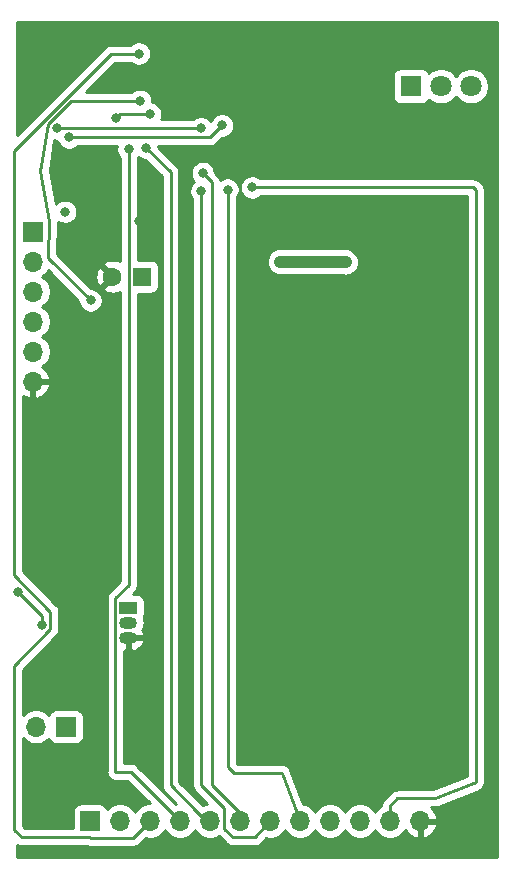
<source format=gbr>
%TF.GenerationSoftware,KiCad,Pcbnew,5.1.9+dfsg1-1*%
%TF.CreationDate,2021-05-25T18:36:33+02:00*%
%TF.ProjectId,vscp-din-wireless-esp8266-flat,76736370-2d64-4696-9e2d-776972656c65,rev?*%
%TF.SameCoordinates,Original*%
%TF.FileFunction,Copper,L2,Bot*%
%TF.FilePolarity,Positive*%
%FSLAX46Y46*%
G04 Gerber Fmt 4.6, Leading zero omitted, Abs format (unit mm)*
G04 Created by KiCad (PCBNEW 5.1.9+dfsg1-1) date 2021-05-25 18:36:33*
%MOMM*%
%LPD*%
G01*
G04 APERTURE LIST*
%TA.AperFunction,ComponentPad*%
%ADD10O,1.700000X1.700000*%
%TD*%
%TA.AperFunction,ComponentPad*%
%ADD11R,1.700000X1.700000*%
%TD*%
%TA.AperFunction,ComponentPad*%
%ADD12R,1.500000X1.050000*%
%TD*%
%TA.AperFunction,ComponentPad*%
%ADD13O,1.500000X1.050000*%
%TD*%
%TA.AperFunction,ComponentPad*%
%ADD14C,1.800000*%
%TD*%
%TA.AperFunction,ComponentPad*%
%ADD15R,1.800000X1.800000*%
%TD*%
%TA.AperFunction,ComponentPad*%
%ADD16C,1.600000*%
%TD*%
%TA.AperFunction,ComponentPad*%
%ADD17R,1.600000X1.600000*%
%TD*%
%TA.AperFunction,ViaPad*%
%ADD18C,0.800000*%
%TD*%
%TA.AperFunction,Conductor*%
%ADD19C,0.250000*%
%TD*%
%TA.AperFunction,Conductor*%
%ADD20C,1.000000*%
%TD*%
%TA.AperFunction,Conductor*%
%ADD21C,0.254000*%
%TD*%
%TA.AperFunction,Conductor*%
%ADD22C,0.100000*%
%TD*%
G04 APERTURE END LIST*
D10*
%TO.P,J1,12*%
%TO.N,GND*%
X150787100Y-116306600D03*
%TO.P,J1,11*%
%TO.N,/gpio9*%
X148247100Y-116306600D03*
%TO.P,J1,10*%
%TO.N,/SCLK*%
X145707100Y-116306600D03*
%TO.P,J1,9*%
%TO.N,/MOSI*%
X143167100Y-116306600D03*
%TO.P,J1,8*%
%TO.N,/MISO*%
X140627100Y-116306600D03*
%TO.P,J1,7*%
%TO.N,/CS0*%
X138087100Y-116306600D03*
%TO.P,J1,6*%
%TO.N,/gpio13*%
X135547100Y-116306600D03*
%TO.P,J1,5*%
%TO.N,/gpio12*%
X133007100Y-116306600D03*
%TO.P,J1,4*%
%TO.N,/gpio14*%
X130467100Y-116306600D03*
%TO.P,J1,3*%
%TO.N,/adc*%
X127927100Y-116306600D03*
%TO.P,J1,2*%
%TO.N,VDD*%
X125387100Y-116306600D03*
D11*
%TO.P,J1,1*%
%TO.N,VCC*%
X122847100Y-116306600D03*
%TD*%
D12*
%TO.P,Q1,1*%
%TO.N,/RXD*%
X126072900Y-98234500D03*
D13*
%TO.P,Q1,3*%
%TO.N,GND*%
X126072900Y-100774500D03*
%TO.P,Q1,2*%
%TO.N,/TTLRX*%
X126072900Y-99504500D03*
%TD*%
D10*
%TO.P,J4,2*%
%TO.N,VCC*%
X118275100Y-108331000D03*
D11*
%TO.P,J4,1*%
%TO.N,VDD*%
X120815100Y-108331000D03*
%TD*%
D14*
%TO.P,D1,3*%
%TO.N,/ledb*%
X155100000Y-54102000D03*
%TO.P,D1,2*%
%TO.N,Net-(D1-Pad2)*%
X152560000Y-54102000D03*
D15*
%TO.P,D1,1*%
%TO.N,/leda*%
X150020000Y-54102000D03*
%TD*%
D16*
%TO.P,C2,2*%
%TO.N,GND*%
X124741300Y-70205600D03*
D17*
%TO.P,C2,1*%
%TO.N,VCC*%
X127241300Y-70205600D03*
%TD*%
D11*
%TO.P,J3,1*%
%TO.N,/FLASH*%
X118010600Y-66395000D03*
D10*
%TO.P,J3,2*%
%TO.N,/TXD*%
X118010600Y-68935000D03*
%TO.P,J3,3*%
%TO.N,/RXD*%
X118010600Y-71475000D03*
%TO.P,J3,4*%
%TO.N,/RESET*%
X118010600Y-74015000D03*
%TO.P,J3,5*%
%TO.N,VCC*%
X118010600Y-76555000D03*
%TO.P,J3,6*%
%TO.N,GND*%
X118010600Y-79095000D03*
%TD*%
D18*
%TO.N,GND*%
X119278400Y-54686200D03*
X141744700Y-54876700D03*
X149136100Y-50419000D03*
X141401800Y-50292000D03*
X117195600Y-49326800D03*
X121285000Y-52615000D03*
X138696700Y-60286900D03*
X120010999Y-61341000D03*
X123164600Y-61518800D03*
X126949200Y-65493900D03*
X141516100Y-89255600D03*
X120307100Y-104800400D03*
X121119900Y-112496600D03*
%TO.N,VCC*%
X138925300Y-68948300D03*
X144475200Y-68999100D03*
%TO.N,/RXD*%
X132240000Y-57658000D03*
X120011000Y-57658000D03*
X118757700Y-99707700D03*
X116725700Y-96888300D03*
%TO.N,Net-(R4-Pad2)*%
X127076200Y-55333900D03*
X122897900Y-72224900D03*
%TO.N,Net-(R5-Pad2)*%
X120738900Y-64719200D03*
X121064000Y-58420000D03*
X134018000Y-57404000D03*
%TO.N,/adc*%
X126974600Y-51333400D03*
%TO.N,/gpio13*%
X132384800Y-61455300D03*
%TO.N,/gpio12*%
X127571500Y-59283600D03*
%TO.N,/gpio14*%
X127914400Y-56451500D03*
X125082300Y-56781700D03*
X126111000Y-59436000D03*
%TO.N,/gpio9*%
X136574000Y-62660000D03*
%TO.N,/MISO*%
X134493000Y-62839600D03*
%TO.N,/CS0*%
X132270500Y-62979300D03*
%TD*%
D19*
%TO.N,GND*%
X117195600Y-49326800D02*
X120611900Y-49326800D01*
X121285000Y-49999900D02*
X121285000Y-52615000D01*
X120611900Y-49326800D02*
X121285000Y-49999900D01*
X122986800Y-61341000D02*
X123164600Y-61518800D01*
D20*
X120010999Y-61341000D02*
X122986800Y-61341000D01*
%TO.N,VCC*%
X144424400Y-68948300D02*
X144475200Y-68999100D01*
X138925300Y-68948300D02*
X144424400Y-68948300D01*
D19*
%TO.N,/RXD*%
X132240000Y-57658000D02*
X120048000Y-57658000D01*
X120048000Y-57658000D02*
X120011000Y-57658000D01*
X118757700Y-98920300D02*
X116725700Y-96888300D01*
X118757700Y-99707700D02*
X118757700Y-98920300D01*
%TO.N,Net-(R4-Pad2)*%
X119285999Y-68612999D02*
X122897900Y-72224900D01*
X119405400Y-65532000D02*
X119285999Y-68612999D01*
X119285999Y-57309999D02*
X118643400Y-61252100D01*
X118643400Y-61252100D02*
X119405400Y-65532000D01*
X121262098Y-55333900D02*
X119285999Y-57309999D01*
X127076200Y-55333900D02*
X121262098Y-55333900D01*
%TO.N,Net-(R5-Pad2)*%
X133002000Y-58420000D02*
X134018000Y-57404000D01*
X121064000Y-58420000D02*
X133002000Y-58420000D01*
%TO.N,/adc*%
X116375010Y-117026000D02*
X117044020Y-117695010D01*
X116375010Y-103163392D02*
X116375010Y-117026000D01*
X119482701Y-100055701D02*
X116375010Y-103163392D01*
X117044020Y-117695010D02*
X122807190Y-117695010D01*
X119482701Y-98572299D02*
X119482701Y-100055701D01*
X116375010Y-95464608D02*
X119482701Y-98572299D01*
X116375010Y-59584578D02*
X116375010Y-95464608D01*
X124626188Y-51333400D02*
X116375010Y-59584578D01*
X126974600Y-51333400D02*
X124626188Y-51333400D01*
X127927100Y-116306600D02*
X126479300Y-117754400D01*
X122866580Y-117754400D02*
X122807190Y-117695010D01*
X126479300Y-117754400D02*
X122866580Y-117754400D01*
%TO.N,/gpio13*%
X133157210Y-62227710D02*
X133157210Y-113295010D01*
X132384800Y-61455300D02*
X133157210Y-62227710D01*
X135547100Y-115684900D02*
X135254700Y-115392500D01*
X135547100Y-116306600D02*
X135547100Y-115684900D01*
X135254700Y-115392500D02*
X135432200Y-115570000D01*
X133157210Y-113295010D02*
X135254700Y-115392500D01*
%TO.N,/gpio12*%
X129657210Y-113295010D02*
X131932200Y-115570000D01*
X129657210Y-61369310D02*
X129657210Y-113295010D01*
X127571500Y-59283600D02*
X129657210Y-61369310D01*
X133007100Y-116306600D02*
X132676900Y-116306600D01*
X131940300Y-115570000D02*
X131932200Y-115570000D01*
X132676900Y-116306600D02*
X131940300Y-115570000D01*
%TO.N,/gpio14*%
X125412500Y-56451500D02*
X125082300Y-56781700D01*
X127914400Y-56451500D02*
X125412500Y-56451500D01*
X124997890Y-97449508D02*
X124997890Y-112135690D01*
X126111000Y-96336398D02*
X124997890Y-97449508D01*
X126296190Y-112135690D02*
X124997890Y-112135690D01*
X130467100Y-116306600D02*
X126296190Y-112135690D01*
X126111000Y-59436000D02*
X126111000Y-96336398D01*
%TO.N,/gpio9*%
X155486100Y-113016100D02*
X152019000Y-114388900D01*
X155486100Y-62852300D02*
X155486100Y-113016100D01*
X155293800Y-62660000D02*
X155486100Y-62852300D01*
X136574000Y-62660000D02*
X155293800Y-62660000D01*
X152019000Y-114388900D02*
X148869400Y-114388900D01*
X148247100Y-115011200D02*
X148247100Y-116306600D01*
X148869400Y-114388900D02*
X148247100Y-115011200D01*
%TO.N,/MISO*%
X139092100Y-112229900D02*
X140627100Y-116306600D01*
X135001000Y-112229900D02*
X139092100Y-112229900D01*
X134493000Y-111721900D02*
X135001000Y-112229900D01*
X134493000Y-62839600D02*
X134493000Y-111721900D01*
%TO.N,/CS0*%
X136807190Y-117695010D02*
X138087100Y-116306600D01*
X134924785Y-117695010D02*
X136807190Y-117695010D01*
X134207190Y-116977415D02*
X134924785Y-117695010D01*
X134207190Y-115212565D02*
X134207190Y-116977415D01*
X132270500Y-113275875D02*
X134207190Y-115212565D01*
X132270500Y-62979300D02*
X132270500Y-113275875D01*
%TD*%
D21*
%TO.N,GND*%
X157315000Y-105485679D02*
X157265864Y-119315000D01*
X116685000Y-119315000D01*
X116685000Y-118364865D01*
X116751773Y-118400556D01*
X116895034Y-118444013D01*
X117006687Y-118455010D01*
X117006697Y-118455010D01*
X117044019Y-118458686D01*
X117081342Y-118455010D01*
X122565099Y-118455010D01*
X122574333Y-118459946D01*
X122717594Y-118503403D01*
X122829247Y-118514400D01*
X122829257Y-118514400D01*
X122866579Y-118518076D01*
X122903902Y-118514400D01*
X126441978Y-118514400D01*
X126479300Y-118518076D01*
X126516622Y-118514400D01*
X126516633Y-118514400D01*
X126628286Y-118503403D01*
X126771547Y-118459946D01*
X126903576Y-118389374D01*
X127019301Y-118294401D01*
X127043103Y-118265398D01*
X127560692Y-117747810D01*
X127780840Y-117791600D01*
X128073360Y-117791600D01*
X128360258Y-117734532D01*
X128630511Y-117622590D01*
X128873732Y-117460075D01*
X129080575Y-117253232D01*
X129197100Y-117078840D01*
X129313625Y-117253232D01*
X129520468Y-117460075D01*
X129763689Y-117622590D01*
X130033942Y-117734532D01*
X130320840Y-117791600D01*
X130613360Y-117791600D01*
X130900258Y-117734532D01*
X131170511Y-117622590D01*
X131413732Y-117460075D01*
X131620575Y-117253232D01*
X131737100Y-117078840D01*
X131853625Y-117253232D01*
X132060468Y-117460075D01*
X132303689Y-117622590D01*
X132573942Y-117734532D01*
X132860840Y-117791600D01*
X133153360Y-117791600D01*
X133440258Y-117734532D01*
X133710511Y-117622590D01*
X133750706Y-117595732D01*
X134360986Y-118206012D01*
X134384784Y-118235011D01*
X134413782Y-118258809D01*
X134500509Y-118329984D01*
X134632538Y-118400556D01*
X134775799Y-118444013D01*
X134924785Y-118458687D01*
X134962118Y-118455010D01*
X136785336Y-118455010D01*
X136838217Y-118458056D01*
X136897042Y-118449837D01*
X136956176Y-118444013D01*
X136971074Y-118439494D01*
X136986483Y-118437341D01*
X137042570Y-118417806D01*
X137099437Y-118400556D01*
X137113165Y-118393218D01*
X137127860Y-118388100D01*
X137179068Y-118357992D01*
X137231466Y-118329984D01*
X137243498Y-118320109D01*
X137256913Y-118312222D01*
X137301259Y-118272706D01*
X137347191Y-118235011D01*
X137380804Y-118194053D01*
X137781099Y-117759825D01*
X137940840Y-117791600D01*
X138233360Y-117791600D01*
X138520258Y-117734532D01*
X138790511Y-117622590D01*
X139033732Y-117460075D01*
X139240575Y-117253232D01*
X139357100Y-117078840D01*
X139473625Y-117253232D01*
X139680468Y-117460075D01*
X139923689Y-117622590D01*
X140193942Y-117734532D01*
X140480840Y-117791600D01*
X140773360Y-117791600D01*
X141060258Y-117734532D01*
X141330511Y-117622590D01*
X141573732Y-117460075D01*
X141780575Y-117253232D01*
X141897100Y-117078840D01*
X142013625Y-117253232D01*
X142220468Y-117460075D01*
X142463689Y-117622590D01*
X142733942Y-117734532D01*
X143020840Y-117791600D01*
X143313360Y-117791600D01*
X143600258Y-117734532D01*
X143870511Y-117622590D01*
X144113732Y-117460075D01*
X144320575Y-117253232D01*
X144437100Y-117078840D01*
X144553625Y-117253232D01*
X144760468Y-117460075D01*
X145003689Y-117622590D01*
X145273942Y-117734532D01*
X145560840Y-117791600D01*
X145853360Y-117791600D01*
X146140258Y-117734532D01*
X146410511Y-117622590D01*
X146653732Y-117460075D01*
X146860575Y-117253232D01*
X146977100Y-117078840D01*
X147093625Y-117253232D01*
X147300468Y-117460075D01*
X147543689Y-117622590D01*
X147813942Y-117734532D01*
X148100840Y-117791600D01*
X148393360Y-117791600D01*
X148680258Y-117734532D01*
X148950511Y-117622590D01*
X149193732Y-117460075D01*
X149400575Y-117253232D01*
X149522295Y-117071066D01*
X149591922Y-117187955D01*
X149786831Y-117404188D01*
X150020180Y-117578241D01*
X150283001Y-117703425D01*
X150430210Y-117748076D01*
X150660100Y-117626755D01*
X150660100Y-116433600D01*
X150914100Y-116433600D01*
X150914100Y-117626755D01*
X151143990Y-117748076D01*
X151291199Y-117703425D01*
X151554020Y-117578241D01*
X151787369Y-117404188D01*
X151982278Y-117187955D01*
X152131257Y-116937852D01*
X152228581Y-116663491D01*
X152107914Y-116433600D01*
X150914100Y-116433600D01*
X150660100Y-116433600D01*
X150640100Y-116433600D01*
X150640100Y-116179600D01*
X150660100Y-116179600D01*
X150660100Y-116159600D01*
X150914100Y-116159600D01*
X150914100Y-116179600D01*
X152107914Y-116179600D01*
X152228581Y-115949709D01*
X152131257Y-115675348D01*
X151982278Y-115425245D01*
X151787369Y-115209012D01*
X151706778Y-115148900D01*
X151975690Y-115148900D01*
X152007020Y-115152483D01*
X152050358Y-115148900D01*
X152056333Y-115148900D01*
X152087566Y-115145824D01*
X152156217Y-115140148D01*
X152161999Y-115138493D01*
X152167986Y-115137903D01*
X152233957Y-115117891D01*
X152264077Y-115109268D01*
X152269621Y-115107073D01*
X152311247Y-115094446D01*
X152339067Y-115079576D01*
X155736728Y-113734271D01*
X155778347Y-113721646D01*
X155839106Y-113689169D01*
X155900362Y-113657653D01*
X155905074Y-113653908D01*
X155910376Y-113651074D01*
X155963596Y-113607398D01*
X156017563Y-113564507D01*
X156021454Y-113559915D01*
X156026101Y-113556101D01*
X156069798Y-113502856D01*
X156114339Y-113450286D01*
X156117257Y-113445027D01*
X156121074Y-113440376D01*
X156153569Y-113379582D01*
X156186973Y-113319380D01*
X156188807Y-113313658D01*
X156191646Y-113308347D01*
X156211661Y-113242367D01*
X156232673Y-113176818D01*
X156233356Y-113170845D01*
X156235103Y-113165086D01*
X156241857Y-113096512D01*
X156249683Y-113028081D01*
X156246100Y-112984746D01*
X156246100Y-62889622D01*
X156249776Y-62852299D01*
X156246100Y-62814976D01*
X156246100Y-62814967D01*
X156235103Y-62703314D01*
X156191646Y-62560053D01*
X156121074Y-62428024D01*
X156026101Y-62312299D01*
X155997098Y-62288497D01*
X155857604Y-62149003D01*
X155833801Y-62119999D01*
X155718076Y-62025026D01*
X155586047Y-61954454D01*
X155442786Y-61910997D01*
X155331133Y-61900000D01*
X155331122Y-61900000D01*
X155293800Y-61896324D01*
X155256478Y-61900000D01*
X137277711Y-61900000D01*
X137233774Y-61856063D01*
X137064256Y-61742795D01*
X136875898Y-61664774D01*
X136675939Y-61625000D01*
X136472061Y-61625000D01*
X136272102Y-61664774D01*
X136083744Y-61742795D01*
X135914226Y-61856063D01*
X135770063Y-62000226D01*
X135656795Y-62169744D01*
X135578774Y-62358102D01*
X135539000Y-62558061D01*
X135539000Y-62761939D01*
X135578774Y-62961898D01*
X135656795Y-63150256D01*
X135770063Y-63319774D01*
X135914226Y-63463937D01*
X136083744Y-63577205D01*
X136272102Y-63655226D01*
X136472061Y-63695000D01*
X136675939Y-63695000D01*
X136875898Y-63655226D01*
X137064256Y-63577205D01*
X137233774Y-63463937D01*
X137277711Y-63420000D01*
X154726100Y-63420000D01*
X154726101Y-112499615D01*
X151874017Y-113628900D01*
X148906722Y-113628900D01*
X148869399Y-113625224D01*
X148832076Y-113628900D01*
X148832067Y-113628900D01*
X148720414Y-113639897D01*
X148577153Y-113683354D01*
X148445123Y-113753926D01*
X148413624Y-113779777D01*
X148329399Y-113848899D01*
X148305600Y-113877898D01*
X147736102Y-114447397D01*
X147707099Y-114471199D01*
X147652371Y-114537886D01*
X147612126Y-114586924D01*
X147550850Y-114701562D01*
X147541554Y-114718954D01*
X147498097Y-114862215D01*
X147487100Y-114973868D01*
X147487100Y-114973878D01*
X147483424Y-115011200D01*
X147485242Y-115029663D01*
X147300468Y-115153125D01*
X147093625Y-115359968D01*
X146977100Y-115534360D01*
X146860575Y-115359968D01*
X146653732Y-115153125D01*
X146410511Y-114990610D01*
X146140258Y-114878668D01*
X145853360Y-114821600D01*
X145560840Y-114821600D01*
X145273942Y-114878668D01*
X145003689Y-114990610D01*
X144760468Y-115153125D01*
X144553625Y-115359968D01*
X144437100Y-115534360D01*
X144320575Y-115359968D01*
X144113732Y-115153125D01*
X143870511Y-114990610D01*
X143600258Y-114878668D01*
X143313360Y-114821600D01*
X143020840Y-114821600D01*
X142733942Y-114878668D01*
X142463689Y-114990610D01*
X142220468Y-115153125D01*
X142013625Y-115359968D01*
X141897100Y-115534360D01*
X141780575Y-115359968D01*
X141573732Y-115153125D01*
X141330511Y-114990610D01*
X141060258Y-114878668D01*
X140888679Y-114844539D01*
X139812139Y-111985431D01*
X139797646Y-111937653D01*
X139768186Y-111882538D01*
X139740560Y-111826538D01*
X139732961Y-111816637D01*
X139727074Y-111805624D01*
X139687444Y-111757334D01*
X139649409Y-111707780D01*
X139640020Y-111699549D01*
X139632101Y-111689899D01*
X139583809Y-111650267D01*
X139536839Y-111609087D01*
X139526028Y-111602848D01*
X139516376Y-111594926D01*
X139461257Y-111565464D01*
X139407179Y-111534252D01*
X139395366Y-111530244D01*
X139384347Y-111524354D01*
X139324522Y-111506206D01*
X139265410Y-111486150D01*
X139253039Y-111484523D01*
X139241086Y-111480897D01*
X139178911Y-111474773D01*
X139116982Y-111466628D01*
X139067172Y-111469900D01*
X135315802Y-111469900D01*
X135253000Y-111407099D01*
X135253000Y-68948300D01*
X137784809Y-68948300D01*
X137806723Y-69170799D01*
X137871624Y-69384747D01*
X137977016Y-69581923D01*
X138118851Y-69754749D01*
X138291677Y-69896584D01*
X138488853Y-70001976D01*
X138702801Y-70066877D01*
X138869548Y-70083300D01*
X144139377Y-70083300D01*
X144252702Y-70117677D01*
X144475199Y-70139591D01*
X144697698Y-70117677D01*
X144911646Y-70052776D01*
X145108822Y-69947383D01*
X145281648Y-69805548D01*
X145423483Y-69632722D01*
X145528876Y-69435546D01*
X145593777Y-69221598D01*
X145615691Y-68999099D01*
X145593777Y-68776602D01*
X145528876Y-68562654D01*
X145423483Y-68365478D01*
X145317188Y-68235957D01*
X145266396Y-68185165D01*
X145230849Y-68141851D01*
X145058023Y-68000016D01*
X144860847Y-67894624D01*
X144646899Y-67829723D01*
X144480152Y-67813300D01*
X144480151Y-67813300D01*
X144424400Y-67807809D01*
X144368649Y-67813300D01*
X138869548Y-67813300D01*
X138702801Y-67829723D01*
X138488853Y-67894624D01*
X138291677Y-68000016D01*
X138118851Y-68141851D01*
X137977016Y-68314677D01*
X137871624Y-68511853D01*
X137806723Y-68725801D01*
X137784809Y-68948300D01*
X135253000Y-68948300D01*
X135253000Y-63543311D01*
X135296937Y-63499374D01*
X135410205Y-63329856D01*
X135488226Y-63141498D01*
X135528000Y-62941539D01*
X135528000Y-62737661D01*
X135488226Y-62537702D01*
X135410205Y-62349344D01*
X135296937Y-62179826D01*
X135152774Y-62035663D01*
X134983256Y-61922395D01*
X134794898Y-61844374D01*
X134594939Y-61804600D01*
X134391061Y-61804600D01*
X134191102Y-61844374D01*
X134002744Y-61922395D01*
X133883052Y-62002371D01*
X133862756Y-61935463D01*
X133792184Y-61803434D01*
X133697211Y-61687709D01*
X133668214Y-61663912D01*
X133419800Y-61415498D01*
X133419800Y-61353361D01*
X133380026Y-61153402D01*
X133302005Y-60965044D01*
X133188737Y-60795526D01*
X133044574Y-60651363D01*
X132875056Y-60538095D01*
X132686698Y-60460074D01*
X132486739Y-60420300D01*
X132282861Y-60420300D01*
X132082902Y-60460074D01*
X131894544Y-60538095D01*
X131725026Y-60651363D01*
X131580863Y-60795526D01*
X131467595Y-60965044D01*
X131389574Y-61153402D01*
X131349800Y-61353361D01*
X131349800Y-61557239D01*
X131389574Y-61757198D01*
X131467595Y-61945556D01*
X131580863Y-62115074D01*
X131628965Y-62163176D01*
X131610726Y-62175363D01*
X131466563Y-62319526D01*
X131353295Y-62489044D01*
X131275274Y-62677402D01*
X131235500Y-62877361D01*
X131235500Y-63081239D01*
X131275274Y-63281198D01*
X131353295Y-63469556D01*
X131466563Y-63639074D01*
X131510500Y-63683011D01*
X131510501Y-113238542D01*
X131506824Y-113275875D01*
X131510501Y-113313208D01*
X131521498Y-113424861D01*
X131534680Y-113468317D01*
X131564954Y-113568121D01*
X131635526Y-113700151D01*
X131700874Y-113779777D01*
X131730500Y-113815876D01*
X131759498Y-113839674D01*
X132761236Y-114841413D01*
X132573942Y-114878668D01*
X132391316Y-114954314D01*
X130417210Y-112980209D01*
X130417210Y-61406632D01*
X130420886Y-61369309D01*
X130417210Y-61331986D01*
X130417210Y-61331977D01*
X130406213Y-61220324D01*
X130362756Y-61077063D01*
X130292184Y-60945034D01*
X130197211Y-60829309D01*
X130168214Y-60805512D01*
X128606500Y-59243799D01*
X128606500Y-59181661D01*
X128606170Y-59180000D01*
X132964678Y-59180000D01*
X133002000Y-59183676D01*
X133039322Y-59180000D01*
X133039333Y-59180000D01*
X133150986Y-59169003D01*
X133294247Y-59125546D01*
X133426276Y-59054974D01*
X133542001Y-58960001D01*
X133565804Y-58930998D01*
X134057802Y-58439000D01*
X134119939Y-58439000D01*
X134319898Y-58399226D01*
X134508256Y-58321205D01*
X134677774Y-58207937D01*
X134821937Y-58063774D01*
X134935205Y-57894256D01*
X135013226Y-57705898D01*
X135053000Y-57505939D01*
X135053000Y-57302061D01*
X135013226Y-57102102D01*
X134935205Y-56913744D01*
X134821937Y-56744226D01*
X134677774Y-56600063D01*
X134508256Y-56486795D01*
X134319898Y-56408774D01*
X134119939Y-56369000D01*
X133916061Y-56369000D01*
X133716102Y-56408774D01*
X133527744Y-56486795D01*
X133358226Y-56600063D01*
X133214063Y-56744226D01*
X133100795Y-56913744D01*
X133057434Y-57018426D01*
X133043937Y-56998226D01*
X132899774Y-56854063D01*
X132730256Y-56740795D01*
X132541898Y-56662774D01*
X132341939Y-56623000D01*
X132138061Y-56623000D01*
X131938102Y-56662774D01*
X131749744Y-56740795D01*
X131580226Y-56854063D01*
X131536289Y-56898000D01*
X128849729Y-56898000D01*
X128909626Y-56753398D01*
X128949400Y-56553439D01*
X128949400Y-56349561D01*
X128909626Y-56149602D01*
X128831605Y-55961244D01*
X128718337Y-55791726D01*
X128574174Y-55647563D01*
X128404656Y-55534295D01*
X128216298Y-55456274D01*
X128111200Y-55435369D01*
X128111200Y-55231961D01*
X128071426Y-55032002D01*
X127993405Y-54843644D01*
X127880137Y-54674126D01*
X127735974Y-54529963D01*
X127566456Y-54416695D01*
X127378098Y-54338674D01*
X127178139Y-54298900D01*
X126974261Y-54298900D01*
X126774302Y-54338674D01*
X126585944Y-54416695D01*
X126416426Y-54529963D01*
X126372489Y-54573900D01*
X122460490Y-54573900D01*
X123832390Y-53202000D01*
X148481928Y-53202000D01*
X148481928Y-55002000D01*
X148494188Y-55126482D01*
X148530498Y-55246180D01*
X148589463Y-55356494D01*
X148668815Y-55453185D01*
X148765506Y-55532537D01*
X148875820Y-55591502D01*
X148995518Y-55627812D01*
X149120000Y-55640072D01*
X150920000Y-55640072D01*
X151044482Y-55627812D01*
X151164180Y-55591502D01*
X151274494Y-55532537D01*
X151371185Y-55453185D01*
X151450537Y-55356494D01*
X151509502Y-55246180D01*
X151515056Y-55227873D01*
X151581495Y-55294312D01*
X151832905Y-55462299D01*
X152112257Y-55578011D01*
X152408816Y-55637000D01*
X152711184Y-55637000D01*
X153007743Y-55578011D01*
X153287095Y-55462299D01*
X153538505Y-55294312D01*
X153752312Y-55080505D01*
X153830000Y-54964237D01*
X153907688Y-55080505D01*
X154121495Y-55294312D01*
X154372905Y-55462299D01*
X154652257Y-55578011D01*
X154948816Y-55637000D01*
X155251184Y-55637000D01*
X155547743Y-55578011D01*
X155827095Y-55462299D01*
X156078505Y-55294312D01*
X156292312Y-55080505D01*
X156460299Y-54829095D01*
X156576011Y-54549743D01*
X156635000Y-54253184D01*
X156635000Y-53950816D01*
X156576011Y-53654257D01*
X156460299Y-53374905D01*
X156292312Y-53123495D01*
X156078505Y-52909688D01*
X155827095Y-52741701D01*
X155547743Y-52625989D01*
X155251184Y-52567000D01*
X154948816Y-52567000D01*
X154652257Y-52625989D01*
X154372905Y-52741701D01*
X154121495Y-52909688D01*
X153907688Y-53123495D01*
X153830000Y-53239763D01*
X153752312Y-53123495D01*
X153538505Y-52909688D01*
X153287095Y-52741701D01*
X153007743Y-52625989D01*
X152711184Y-52567000D01*
X152408816Y-52567000D01*
X152112257Y-52625989D01*
X151832905Y-52741701D01*
X151581495Y-52909688D01*
X151515056Y-52976127D01*
X151509502Y-52957820D01*
X151450537Y-52847506D01*
X151371185Y-52750815D01*
X151274494Y-52671463D01*
X151164180Y-52612498D01*
X151044482Y-52576188D01*
X150920000Y-52563928D01*
X149120000Y-52563928D01*
X148995518Y-52576188D01*
X148875820Y-52612498D01*
X148765506Y-52671463D01*
X148668815Y-52750815D01*
X148589463Y-52847506D01*
X148530498Y-52957820D01*
X148494188Y-53077518D01*
X148481928Y-53202000D01*
X123832390Y-53202000D01*
X124940990Y-52093400D01*
X126270889Y-52093400D01*
X126314826Y-52137337D01*
X126484344Y-52250605D01*
X126672702Y-52328626D01*
X126872661Y-52368400D01*
X127076539Y-52368400D01*
X127276498Y-52328626D01*
X127464856Y-52250605D01*
X127634374Y-52137337D01*
X127778537Y-51993174D01*
X127891805Y-51823656D01*
X127969826Y-51635298D01*
X128009600Y-51435339D01*
X128009600Y-51231461D01*
X127969826Y-51031502D01*
X127891805Y-50843144D01*
X127778537Y-50673626D01*
X127634374Y-50529463D01*
X127464856Y-50416195D01*
X127276498Y-50338174D01*
X127076539Y-50298400D01*
X126872661Y-50298400D01*
X126672702Y-50338174D01*
X126484344Y-50416195D01*
X126314826Y-50529463D01*
X126270889Y-50573400D01*
X124663511Y-50573400D01*
X124626188Y-50569724D01*
X124588865Y-50573400D01*
X124588855Y-50573400D01*
X124477202Y-50584397D01*
X124333941Y-50627854D01*
X124201912Y-50698426D01*
X124086187Y-50793399D01*
X124062389Y-50822397D01*
X116685000Y-58199787D01*
X116685000Y-48685000D01*
X157315001Y-48685000D01*
X157315000Y-105485679D01*
%TA.AperFunction,Conductor*%
D22*
G36*
X157315000Y-105485679D02*
G01*
X157265864Y-119315000D01*
X116685000Y-119315000D01*
X116685000Y-118364865D01*
X116751773Y-118400556D01*
X116895034Y-118444013D01*
X117006687Y-118455010D01*
X117006697Y-118455010D01*
X117044019Y-118458686D01*
X117081342Y-118455010D01*
X122565099Y-118455010D01*
X122574333Y-118459946D01*
X122717594Y-118503403D01*
X122829247Y-118514400D01*
X122829257Y-118514400D01*
X122866579Y-118518076D01*
X122903902Y-118514400D01*
X126441978Y-118514400D01*
X126479300Y-118518076D01*
X126516622Y-118514400D01*
X126516633Y-118514400D01*
X126628286Y-118503403D01*
X126771547Y-118459946D01*
X126903576Y-118389374D01*
X127019301Y-118294401D01*
X127043103Y-118265398D01*
X127560692Y-117747810D01*
X127780840Y-117791600D01*
X128073360Y-117791600D01*
X128360258Y-117734532D01*
X128630511Y-117622590D01*
X128873732Y-117460075D01*
X129080575Y-117253232D01*
X129197100Y-117078840D01*
X129313625Y-117253232D01*
X129520468Y-117460075D01*
X129763689Y-117622590D01*
X130033942Y-117734532D01*
X130320840Y-117791600D01*
X130613360Y-117791600D01*
X130900258Y-117734532D01*
X131170511Y-117622590D01*
X131413732Y-117460075D01*
X131620575Y-117253232D01*
X131737100Y-117078840D01*
X131853625Y-117253232D01*
X132060468Y-117460075D01*
X132303689Y-117622590D01*
X132573942Y-117734532D01*
X132860840Y-117791600D01*
X133153360Y-117791600D01*
X133440258Y-117734532D01*
X133710511Y-117622590D01*
X133750706Y-117595732D01*
X134360986Y-118206012D01*
X134384784Y-118235011D01*
X134413782Y-118258809D01*
X134500509Y-118329984D01*
X134632538Y-118400556D01*
X134775799Y-118444013D01*
X134924785Y-118458687D01*
X134962118Y-118455010D01*
X136785336Y-118455010D01*
X136838217Y-118458056D01*
X136897042Y-118449837D01*
X136956176Y-118444013D01*
X136971074Y-118439494D01*
X136986483Y-118437341D01*
X137042570Y-118417806D01*
X137099437Y-118400556D01*
X137113165Y-118393218D01*
X137127860Y-118388100D01*
X137179068Y-118357992D01*
X137231466Y-118329984D01*
X137243498Y-118320109D01*
X137256913Y-118312222D01*
X137301259Y-118272706D01*
X137347191Y-118235011D01*
X137380804Y-118194053D01*
X137781099Y-117759825D01*
X137940840Y-117791600D01*
X138233360Y-117791600D01*
X138520258Y-117734532D01*
X138790511Y-117622590D01*
X139033732Y-117460075D01*
X139240575Y-117253232D01*
X139357100Y-117078840D01*
X139473625Y-117253232D01*
X139680468Y-117460075D01*
X139923689Y-117622590D01*
X140193942Y-117734532D01*
X140480840Y-117791600D01*
X140773360Y-117791600D01*
X141060258Y-117734532D01*
X141330511Y-117622590D01*
X141573732Y-117460075D01*
X141780575Y-117253232D01*
X141897100Y-117078840D01*
X142013625Y-117253232D01*
X142220468Y-117460075D01*
X142463689Y-117622590D01*
X142733942Y-117734532D01*
X143020840Y-117791600D01*
X143313360Y-117791600D01*
X143600258Y-117734532D01*
X143870511Y-117622590D01*
X144113732Y-117460075D01*
X144320575Y-117253232D01*
X144437100Y-117078840D01*
X144553625Y-117253232D01*
X144760468Y-117460075D01*
X145003689Y-117622590D01*
X145273942Y-117734532D01*
X145560840Y-117791600D01*
X145853360Y-117791600D01*
X146140258Y-117734532D01*
X146410511Y-117622590D01*
X146653732Y-117460075D01*
X146860575Y-117253232D01*
X146977100Y-117078840D01*
X147093625Y-117253232D01*
X147300468Y-117460075D01*
X147543689Y-117622590D01*
X147813942Y-117734532D01*
X148100840Y-117791600D01*
X148393360Y-117791600D01*
X148680258Y-117734532D01*
X148950511Y-117622590D01*
X149193732Y-117460075D01*
X149400575Y-117253232D01*
X149522295Y-117071066D01*
X149591922Y-117187955D01*
X149786831Y-117404188D01*
X150020180Y-117578241D01*
X150283001Y-117703425D01*
X150430210Y-117748076D01*
X150660100Y-117626755D01*
X150660100Y-116433600D01*
X150914100Y-116433600D01*
X150914100Y-117626755D01*
X151143990Y-117748076D01*
X151291199Y-117703425D01*
X151554020Y-117578241D01*
X151787369Y-117404188D01*
X151982278Y-117187955D01*
X152131257Y-116937852D01*
X152228581Y-116663491D01*
X152107914Y-116433600D01*
X150914100Y-116433600D01*
X150660100Y-116433600D01*
X150640100Y-116433600D01*
X150640100Y-116179600D01*
X150660100Y-116179600D01*
X150660100Y-116159600D01*
X150914100Y-116159600D01*
X150914100Y-116179600D01*
X152107914Y-116179600D01*
X152228581Y-115949709D01*
X152131257Y-115675348D01*
X151982278Y-115425245D01*
X151787369Y-115209012D01*
X151706778Y-115148900D01*
X151975690Y-115148900D01*
X152007020Y-115152483D01*
X152050358Y-115148900D01*
X152056333Y-115148900D01*
X152087566Y-115145824D01*
X152156217Y-115140148D01*
X152161999Y-115138493D01*
X152167986Y-115137903D01*
X152233957Y-115117891D01*
X152264077Y-115109268D01*
X152269621Y-115107073D01*
X152311247Y-115094446D01*
X152339067Y-115079576D01*
X155736728Y-113734271D01*
X155778347Y-113721646D01*
X155839106Y-113689169D01*
X155900362Y-113657653D01*
X155905074Y-113653908D01*
X155910376Y-113651074D01*
X155963596Y-113607398D01*
X156017563Y-113564507D01*
X156021454Y-113559915D01*
X156026101Y-113556101D01*
X156069798Y-113502856D01*
X156114339Y-113450286D01*
X156117257Y-113445027D01*
X156121074Y-113440376D01*
X156153569Y-113379582D01*
X156186973Y-113319380D01*
X156188807Y-113313658D01*
X156191646Y-113308347D01*
X156211661Y-113242367D01*
X156232673Y-113176818D01*
X156233356Y-113170845D01*
X156235103Y-113165086D01*
X156241857Y-113096512D01*
X156249683Y-113028081D01*
X156246100Y-112984746D01*
X156246100Y-62889622D01*
X156249776Y-62852299D01*
X156246100Y-62814976D01*
X156246100Y-62814967D01*
X156235103Y-62703314D01*
X156191646Y-62560053D01*
X156121074Y-62428024D01*
X156026101Y-62312299D01*
X155997098Y-62288497D01*
X155857604Y-62149003D01*
X155833801Y-62119999D01*
X155718076Y-62025026D01*
X155586047Y-61954454D01*
X155442786Y-61910997D01*
X155331133Y-61900000D01*
X155331122Y-61900000D01*
X155293800Y-61896324D01*
X155256478Y-61900000D01*
X137277711Y-61900000D01*
X137233774Y-61856063D01*
X137064256Y-61742795D01*
X136875898Y-61664774D01*
X136675939Y-61625000D01*
X136472061Y-61625000D01*
X136272102Y-61664774D01*
X136083744Y-61742795D01*
X135914226Y-61856063D01*
X135770063Y-62000226D01*
X135656795Y-62169744D01*
X135578774Y-62358102D01*
X135539000Y-62558061D01*
X135539000Y-62761939D01*
X135578774Y-62961898D01*
X135656795Y-63150256D01*
X135770063Y-63319774D01*
X135914226Y-63463937D01*
X136083744Y-63577205D01*
X136272102Y-63655226D01*
X136472061Y-63695000D01*
X136675939Y-63695000D01*
X136875898Y-63655226D01*
X137064256Y-63577205D01*
X137233774Y-63463937D01*
X137277711Y-63420000D01*
X154726100Y-63420000D01*
X154726101Y-112499615D01*
X151874017Y-113628900D01*
X148906722Y-113628900D01*
X148869399Y-113625224D01*
X148832076Y-113628900D01*
X148832067Y-113628900D01*
X148720414Y-113639897D01*
X148577153Y-113683354D01*
X148445123Y-113753926D01*
X148413624Y-113779777D01*
X148329399Y-113848899D01*
X148305600Y-113877898D01*
X147736102Y-114447397D01*
X147707099Y-114471199D01*
X147652371Y-114537886D01*
X147612126Y-114586924D01*
X147550850Y-114701562D01*
X147541554Y-114718954D01*
X147498097Y-114862215D01*
X147487100Y-114973868D01*
X147487100Y-114973878D01*
X147483424Y-115011200D01*
X147485242Y-115029663D01*
X147300468Y-115153125D01*
X147093625Y-115359968D01*
X146977100Y-115534360D01*
X146860575Y-115359968D01*
X146653732Y-115153125D01*
X146410511Y-114990610D01*
X146140258Y-114878668D01*
X145853360Y-114821600D01*
X145560840Y-114821600D01*
X145273942Y-114878668D01*
X145003689Y-114990610D01*
X144760468Y-115153125D01*
X144553625Y-115359968D01*
X144437100Y-115534360D01*
X144320575Y-115359968D01*
X144113732Y-115153125D01*
X143870511Y-114990610D01*
X143600258Y-114878668D01*
X143313360Y-114821600D01*
X143020840Y-114821600D01*
X142733942Y-114878668D01*
X142463689Y-114990610D01*
X142220468Y-115153125D01*
X142013625Y-115359968D01*
X141897100Y-115534360D01*
X141780575Y-115359968D01*
X141573732Y-115153125D01*
X141330511Y-114990610D01*
X141060258Y-114878668D01*
X140888679Y-114844539D01*
X139812139Y-111985431D01*
X139797646Y-111937653D01*
X139768186Y-111882538D01*
X139740560Y-111826538D01*
X139732961Y-111816637D01*
X139727074Y-111805624D01*
X139687444Y-111757334D01*
X139649409Y-111707780D01*
X139640020Y-111699549D01*
X139632101Y-111689899D01*
X139583809Y-111650267D01*
X139536839Y-111609087D01*
X139526028Y-111602848D01*
X139516376Y-111594926D01*
X139461257Y-111565464D01*
X139407179Y-111534252D01*
X139395366Y-111530244D01*
X139384347Y-111524354D01*
X139324522Y-111506206D01*
X139265410Y-111486150D01*
X139253039Y-111484523D01*
X139241086Y-111480897D01*
X139178911Y-111474773D01*
X139116982Y-111466628D01*
X139067172Y-111469900D01*
X135315802Y-111469900D01*
X135253000Y-111407099D01*
X135253000Y-68948300D01*
X137784809Y-68948300D01*
X137806723Y-69170799D01*
X137871624Y-69384747D01*
X137977016Y-69581923D01*
X138118851Y-69754749D01*
X138291677Y-69896584D01*
X138488853Y-70001976D01*
X138702801Y-70066877D01*
X138869548Y-70083300D01*
X144139377Y-70083300D01*
X144252702Y-70117677D01*
X144475199Y-70139591D01*
X144697698Y-70117677D01*
X144911646Y-70052776D01*
X145108822Y-69947383D01*
X145281648Y-69805548D01*
X145423483Y-69632722D01*
X145528876Y-69435546D01*
X145593777Y-69221598D01*
X145615691Y-68999099D01*
X145593777Y-68776602D01*
X145528876Y-68562654D01*
X145423483Y-68365478D01*
X145317188Y-68235957D01*
X145266396Y-68185165D01*
X145230849Y-68141851D01*
X145058023Y-68000016D01*
X144860847Y-67894624D01*
X144646899Y-67829723D01*
X144480152Y-67813300D01*
X144480151Y-67813300D01*
X144424400Y-67807809D01*
X144368649Y-67813300D01*
X138869548Y-67813300D01*
X138702801Y-67829723D01*
X138488853Y-67894624D01*
X138291677Y-68000016D01*
X138118851Y-68141851D01*
X137977016Y-68314677D01*
X137871624Y-68511853D01*
X137806723Y-68725801D01*
X137784809Y-68948300D01*
X135253000Y-68948300D01*
X135253000Y-63543311D01*
X135296937Y-63499374D01*
X135410205Y-63329856D01*
X135488226Y-63141498D01*
X135528000Y-62941539D01*
X135528000Y-62737661D01*
X135488226Y-62537702D01*
X135410205Y-62349344D01*
X135296937Y-62179826D01*
X135152774Y-62035663D01*
X134983256Y-61922395D01*
X134794898Y-61844374D01*
X134594939Y-61804600D01*
X134391061Y-61804600D01*
X134191102Y-61844374D01*
X134002744Y-61922395D01*
X133883052Y-62002371D01*
X133862756Y-61935463D01*
X133792184Y-61803434D01*
X133697211Y-61687709D01*
X133668214Y-61663912D01*
X133419800Y-61415498D01*
X133419800Y-61353361D01*
X133380026Y-61153402D01*
X133302005Y-60965044D01*
X133188737Y-60795526D01*
X133044574Y-60651363D01*
X132875056Y-60538095D01*
X132686698Y-60460074D01*
X132486739Y-60420300D01*
X132282861Y-60420300D01*
X132082902Y-60460074D01*
X131894544Y-60538095D01*
X131725026Y-60651363D01*
X131580863Y-60795526D01*
X131467595Y-60965044D01*
X131389574Y-61153402D01*
X131349800Y-61353361D01*
X131349800Y-61557239D01*
X131389574Y-61757198D01*
X131467595Y-61945556D01*
X131580863Y-62115074D01*
X131628965Y-62163176D01*
X131610726Y-62175363D01*
X131466563Y-62319526D01*
X131353295Y-62489044D01*
X131275274Y-62677402D01*
X131235500Y-62877361D01*
X131235500Y-63081239D01*
X131275274Y-63281198D01*
X131353295Y-63469556D01*
X131466563Y-63639074D01*
X131510500Y-63683011D01*
X131510501Y-113238542D01*
X131506824Y-113275875D01*
X131510501Y-113313208D01*
X131521498Y-113424861D01*
X131534680Y-113468317D01*
X131564954Y-113568121D01*
X131635526Y-113700151D01*
X131700874Y-113779777D01*
X131730500Y-113815876D01*
X131759498Y-113839674D01*
X132761236Y-114841413D01*
X132573942Y-114878668D01*
X132391316Y-114954314D01*
X130417210Y-112980209D01*
X130417210Y-61406632D01*
X130420886Y-61369309D01*
X130417210Y-61331986D01*
X130417210Y-61331977D01*
X130406213Y-61220324D01*
X130362756Y-61077063D01*
X130292184Y-60945034D01*
X130197211Y-60829309D01*
X130168214Y-60805512D01*
X128606500Y-59243799D01*
X128606500Y-59181661D01*
X128606170Y-59180000D01*
X132964678Y-59180000D01*
X133002000Y-59183676D01*
X133039322Y-59180000D01*
X133039333Y-59180000D01*
X133150986Y-59169003D01*
X133294247Y-59125546D01*
X133426276Y-59054974D01*
X133542001Y-58960001D01*
X133565804Y-58930998D01*
X134057802Y-58439000D01*
X134119939Y-58439000D01*
X134319898Y-58399226D01*
X134508256Y-58321205D01*
X134677774Y-58207937D01*
X134821937Y-58063774D01*
X134935205Y-57894256D01*
X135013226Y-57705898D01*
X135053000Y-57505939D01*
X135053000Y-57302061D01*
X135013226Y-57102102D01*
X134935205Y-56913744D01*
X134821937Y-56744226D01*
X134677774Y-56600063D01*
X134508256Y-56486795D01*
X134319898Y-56408774D01*
X134119939Y-56369000D01*
X133916061Y-56369000D01*
X133716102Y-56408774D01*
X133527744Y-56486795D01*
X133358226Y-56600063D01*
X133214063Y-56744226D01*
X133100795Y-56913744D01*
X133057434Y-57018426D01*
X133043937Y-56998226D01*
X132899774Y-56854063D01*
X132730256Y-56740795D01*
X132541898Y-56662774D01*
X132341939Y-56623000D01*
X132138061Y-56623000D01*
X131938102Y-56662774D01*
X131749744Y-56740795D01*
X131580226Y-56854063D01*
X131536289Y-56898000D01*
X128849729Y-56898000D01*
X128909626Y-56753398D01*
X128949400Y-56553439D01*
X128949400Y-56349561D01*
X128909626Y-56149602D01*
X128831605Y-55961244D01*
X128718337Y-55791726D01*
X128574174Y-55647563D01*
X128404656Y-55534295D01*
X128216298Y-55456274D01*
X128111200Y-55435369D01*
X128111200Y-55231961D01*
X128071426Y-55032002D01*
X127993405Y-54843644D01*
X127880137Y-54674126D01*
X127735974Y-54529963D01*
X127566456Y-54416695D01*
X127378098Y-54338674D01*
X127178139Y-54298900D01*
X126974261Y-54298900D01*
X126774302Y-54338674D01*
X126585944Y-54416695D01*
X126416426Y-54529963D01*
X126372489Y-54573900D01*
X122460490Y-54573900D01*
X123832390Y-53202000D01*
X148481928Y-53202000D01*
X148481928Y-55002000D01*
X148494188Y-55126482D01*
X148530498Y-55246180D01*
X148589463Y-55356494D01*
X148668815Y-55453185D01*
X148765506Y-55532537D01*
X148875820Y-55591502D01*
X148995518Y-55627812D01*
X149120000Y-55640072D01*
X150920000Y-55640072D01*
X151044482Y-55627812D01*
X151164180Y-55591502D01*
X151274494Y-55532537D01*
X151371185Y-55453185D01*
X151450537Y-55356494D01*
X151509502Y-55246180D01*
X151515056Y-55227873D01*
X151581495Y-55294312D01*
X151832905Y-55462299D01*
X152112257Y-55578011D01*
X152408816Y-55637000D01*
X152711184Y-55637000D01*
X153007743Y-55578011D01*
X153287095Y-55462299D01*
X153538505Y-55294312D01*
X153752312Y-55080505D01*
X153830000Y-54964237D01*
X153907688Y-55080505D01*
X154121495Y-55294312D01*
X154372905Y-55462299D01*
X154652257Y-55578011D01*
X154948816Y-55637000D01*
X155251184Y-55637000D01*
X155547743Y-55578011D01*
X155827095Y-55462299D01*
X156078505Y-55294312D01*
X156292312Y-55080505D01*
X156460299Y-54829095D01*
X156576011Y-54549743D01*
X156635000Y-54253184D01*
X156635000Y-53950816D01*
X156576011Y-53654257D01*
X156460299Y-53374905D01*
X156292312Y-53123495D01*
X156078505Y-52909688D01*
X155827095Y-52741701D01*
X155547743Y-52625989D01*
X155251184Y-52567000D01*
X154948816Y-52567000D01*
X154652257Y-52625989D01*
X154372905Y-52741701D01*
X154121495Y-52909688D01*
X153907688Y-53123495D01*
X153830000Y-53239763D01*
X153752312Y-53123495D01*
X153538505Y-52909688D01*
X153287095Y-52741701D01*
X153007743Y-52625989D01*
X152711184Y-52567000D01*
X152408816Y-52567000D01*
X152112257Y-52625989D01*
X151832905Y-52741701D01*
X151581495Y-52909688D01*
X151515056Y-52976127D01*
X151509502Y-52957820D01*
X151450537Y-52847506D01*
X151371185Y-52750815D01*
X151274494Y-52671463D01*
X151164180Y-52612498D01*
X151044482Y-52576188D01*
X150920000Y-52563928D01*
X149120000Y-52563928D01*
X148995518Y-52576188D01*
X148875820Y-52612498D01*
X148765506Y-52671463D01*
X148668815Y-52750815D01*
X148589463Y-52847506D01*
X148530498Y-52957820D01*
X148494188Y-53077518D01*
X148481928Y-53202000D01*
X123832390Y-53202000D01*
X124940990Y-52093400D01*
X126270889Y-52093400D01*
X126314826Y-52137337D01*
X126484344Y-52250605D01*
X126672702Y-52328626D01*
X126872661Y-52368400D01*
X127076539Y-52368400D01*
X127276498Y-52328626D01*
X127464856Y-52250605D01*
X127634374Y-52137337D01*
X127778537Y-51993174D01*
X127891805Y-51823656D01*
X127969826Y-51635298D01*
X128009600Y-51435339D01*
X128009600Y-51231461D01*
X127969826Y-51031502D01*
X127891805Y-50843144D01*
X127778537Y-50673626D01*
X127634374Y-50529463D01*
X127464856Y-50416195D01*
X127276498Y-50338174D01*
X127076539Y-50298400D01*
X126872661Y-50298400D01*
X126672702Y-50338174D01*
X126484344Y-50416195D01*
X126314826Y-50529463D01*
X126270889Y-50573400D01*
X124663511Y-50573400D01*
X124626188Y-50569724D01*
X124588865Y-50573400D01*
X124588855Y-50573400D01*
X124477202Y-50584397D01*
X124333941Y-50627854D01*
X124201912Y-50698426D01*
X124086187Y-50793399D01*
X124062389Y-50822397D01*
X116685000Y-58199787D01*
X116685000Y-48685000D01*
X157315001Y-48685000D01*
X157315000Y-105485679D01*
G37*
%TD.AperFunction*%
D21*
X119909061Y-58693000D02*
X120063026Y-58693000D01*
X120068774Y-58721898D01*
X120146795Y-58910256D01*
X120260063Y-59079774D01*
X120404226Y-59223937D01*
X120573744Y-59337205D01*
X120762102Y-59415226D01*
X120962061Y-59455000D01*
X121165939Y-59455000D01*
X121365898Y-59415226D01*
X121554256Y-59337205D01*
X121723774Y-59223937D01*
X121767711Y-59180000D01*
X125106644Y-59180000D01*
X125076000Y-59334061D01*
X125076000Y-59537939D01*
X125115774Y-59737898D01*
X125193795Y-59926256D01*
X125307063Y-60095774D01*
X125351000Y-60139711D01*
X125351000Y-68906559D01*
X125227304Y-68848029D01*
X124953116Y-68779300D01*
X124670788Y-68765383D01*
X124391170Y-68806813D01*
X124125008Y-68901997D01*
X123999786Y-68968929D01*
X123928203Y-69212898D01*
X124741300Y-70025995D01*
X124755443Y-70011853D01*
X124935048Y-70191458D01*
X124920905Y-70205600D01*
X124935048Y-70219743D01*
X124755443Y-70399348D01*
X124741300Y-70385205D01*
X123928203Y-71198302D01*
X123999786Y-71442271D01*
X124255296Y-71563171D01*
X124529484Y-71631900D01*
X124811812Y-71645817D01*
X125091430Y-71604387D01*
X125351000Y-71511560D01*
X125351001Y-96021595D01*
X124486892Y-96885704D01*
X124457889Y-96909507D01*
X124407118Y-96971372D01*
X124362916Y-97025232D01*
X124312262Y-97119998D01*
X124292344Y-97157262D01*
X124248887Y-97300523D01*
X124237890Y-97412176D01*
X124237890Y-97412186D01*
X124234214Y-97449508D01*
X124237890Y-97486830D01*
X124237891Y-112098347D01*
X124234213Y-112135690D01*
X124248887Y-112284676D01*
X124292344Y-112427937D01*
X124362916Y-112559966D01*
X124457889Y-112675691D01*
X124573614Y-112770664D01*
X124705643Y-112841236D01*
X124848904Y-112884693D01*
X124960557Y-112895690D01*
X124997890Y-112899367D01*
X125035223Y-112895690D01*
X125981389Y-112895690D01*
X127907298Y-114821600D01*
X127780840Y-114821600D01*
X127493942Y-114878668D01*
X127223689Y-114990610D01*
X126980468Y-115153125D01*
X126773625Y-115359968D01*
X126657100Y-115534360D01*
X126540575Y-115359968D01*
X126333732Y-115153125D01*
X126090511Y-114990610D01*
X125820258Y-114878668D01*
X125533360Y-114821600D01*
X125240840Y-114821600D01*
X124953942Y-114878668D01*
X124683689Y-114990610D01*
X124440468Y-115153125D01*
X124308613Y-115284980D01*
X124286602Y-115212420D01*
X124227637Y-115102106D01*
X124148285Y-115005415D01*
X124051594Y-114926063D01*
X123941280Y-114867098D01*
X123821582Y-114830788D01*
X123697100Y-114818528D01*
X121997100Y-114818528D01*
X121872618Y-114830788D01*
X121752920Y-114867098D01*
X121642606Y-114926063D01*
X121545915Y-115005415D01*
X121466563Y-115102106D01*
X121407598Y-115212420D01*
X121371288Y-115332118D01*
X121359028Y-115456600D01*
X121359028Y-116935010D01*
X117358822Y-116935010D01*
X117135010Y-116711199D01*
X117135010Y-109291017D01*
X117328468Y-109484475D01*
X117571689Y-109646990D01*
X117841942Y-109758932D01*
X118128840Y-109816000D01*
X118421360Y-109816000D01*
X118708258Y-109758932D01*
X118978511Y-109646990D01*
X119221732Y-109484475D01*
X119353587Y-109352620D01*
X119375598Y-109425180D01*
X119434563Y-109535494D01*
X119513915Y-109632185D01*
X119610606Y-109711537D01*
X119720920Y-109770502D01*
X119840618Y-109806812D01*
X119965100Y-109819072D01*
X121665100Y-109819072D01*
X121789582Y-109806812D01*
X121909280Y-109770502D01*
X122019594Y-109711537D01*
X122116285Y-109632185D01*
X122195637Y-109535494D01*
X122254602Y-109425180D01*
X122290912Y-109305482D01*
X122303172Y-109181000D01*
X122303172Y-107481000D01*
X122290912Y-107356518D01*
X122254602Y-107236820D01*
X122195637Y-107126506D01*
X122116285Y-107029815D01*
X122019594Y-106950463D01*
X121909280Y-106891498D01*
X121789582Y-106855188D01*
X121665100Y-106842928D01*
X119965100Y-106842928D01*
X119840618Y-106855188D01*
X119720920Y-106891498D01*
X119610606Y-106950463D01*
X119513915Y-107029815D01*
X119434563Y-107126506D01*
X119375598Y-107236820D01*
X119353587Y-107309380D01*
X119221732Y-107177525D01*
X118978511Y-107015010D01*
X118708258Y-106903068D01*
X118421360Y-106846000D01*
X118128840Y-106846000D01*
X117841942Y-106903068D01*
X117571689Y-107015010D01*
X117328468Y-107177525D01*
X117135010Y-107370983D01*
X117135010Y-103478193D01*
X119993704Y-100619500D01*
X120022702Y-100595702D01*
X120117675Y-100479977D01*
X120188247Y-100347948D01*
X120231704Y-100204687D01*
X120242701Y-100093034D01*
X120242701Y-100093026D01*
X120246377Y-100055701D01*
X120242701Y-100018376D01*
X120242701Y-98609624D01*
X120246377Y-98572299D01*
X120242701Y-98534974D01*
X120242701Y-98534966D01*
X120231704Y-98423313D01*
X120188247Y-98280052D01*
X120117675Y-98148023D01*
X120022702Y-98032298D01*
X119993705Y-98008501D01*
X117135010Y-95149807D01*
X117135010Y-80293612D01*
X117379348Y-80439157D01*
X117653709Y-80536481D01*
X117883600Y-80415814D01*
X117883600Y-79222000D01*
X118137600Y-79222000D01*
X118137600Y-80415814D01*
X118367491Y-80536481D01*
X118641852Y-80439157D01*
X118891955Y-80290178D01*
X119108188Y-80095269D01*
X119282241Y-79861920D01*
X119407425Y-79599099D01*
X119452076Y-79451890D01*
X119330755Y-79222000D01*
X118137600Y-79222000D01*
X117883600Y-79222000D01*
X117863600Y-79222000D01*
X117863600Y-78968000D01*
X117883600Y-78968000D01*
X117883600Y-78948000D01*
X118137600Y-78948000D01*
X118137600Y-78968000D01*
X119330755Y-78968000D01*
X119452076Y-78738110D01*
X119407425Y-78590901D01*
X119282241Y-78328080D01*
X119108188Y-78094731D01*
X118891955Y-77899822D01*
X118775066Y-77830195D01*
X118957232Y-77708475D01*
X119164075Y-77501632D01*
X119326590Y-77258411D01*
X119438532Y-76988158D01*
X119495600Y-76701260D01*
X119495600Y-76408740D01*
X119438532Y-76121842D01*
X119326590Y-75851589D01*
X119164075Y-75608368D01*
X118957232Y-75401525D01*
X118782840Y-75285000D01*
X118957232Y-75168475D01*
X119164075Y-74961632D01*
X119326590Y-74718411D01*
X119438532Y-74448158D01*
X119495600Y-74161260D01*
X119495600Y-73868740D01*
X119438532Y-73581842D01*
X119326590Y-73311589D01*
X119164075Y-73068368D01*
X118957232Y-72861525D01*
X118782840Y-72745000D01*
X118957232Y-72628475D01*
X119164075Y-72421632D01*
X119326590Y-72178411D01*
X119438532Y-71908158D01*
X119495600Y-71621260D01*
X119495600Y-71328740D01*
X119438532Y-71041842D01*
X119326590Y-70771589D01*
X119164075Y-70528368D01*
X118957232Y-70321525D01*
X118782840Y-70205000D01*
X118957232Y-70088475D01*
X119164075Y-69881632D01*
X119290549Y-69692350D01*
X121862900Y-72264703D01*
X121862900Y-72326839D01*
X121902674Y-72526798D01*
X121980695Y-72715156D01*
X122093963Y-72884674D01*
X122238126Y-73028837D01*
X122407644Y-73142105D01*
X122596002Y-73220126D01*
X122795961Y-73259900D01*
X122999839Y-73259900D01*
X123199798Y-73220126D01*
X123388156Y-73142105D01*
X123557674Y-73028837D01*
X123701837Y-72884674D01*
X123815105Y-72715156D01*
X123893126Y-72526798D01*
X123932900Y-72326839D01*
X123932900Y-72122961D01*
X123893126Y-71923002D01*
X123815105Y-71734644D01*
X123701837Y-71565126D01*
X123557674Y-71420963D01*
X123388156Y-71307695D01*
X123199798Y-71229674D01*
X122999839Y-71189900D01*
X122937703Y-71189900D01*
X122023915Y-70276112D01*
X123301083Y-70276112D01*
X123342513Y-70555730D01*
X123437697Y-70821892D01*
X123504629Y-70947114D01*
X123748598Y-71018697D01*
X124561695Y-70205600D01*
X123748598Y-69392503D01*
X123504629Y-69464086D01*
X123383729Y-69719596D01*
X123315000Y-69993784D01*
X123301083Y-70276112D01*
X122023915Y-70276112D01*
X120058293Y-68310491D01*
X120163657Y-65591668D01*
X120164984Y-65580506D01*
X120248644Y-65636405D01*
X120437002Y-65714426D01*
X120636961Y-65754200D01*
X120840839Y-65754200D01*
X121040798Y-65714426D01*
X121229156Y-65636405D01*
X121398674Y-65523137D01*
X121542837Y-65378974D01*
X121656105Y-65209456D01*
X121734126Y-65021098D01*
X121773900Y-64821139D01*
X121773900Y-64617261D01*
X121734126Y-64417302D01*
X121656105Y-64228944D01*
X121542837Y-64059426D01*
X121398674Y-63915263D01*
X121229156Y-63801995D01*
X121040798Y-63723974D01*
X120840839Y-63684200D01*
X120636961Y-63684200D01*
X120437002Y-63723974D01*
X120248644Y-63801995D01*
X120079126Y-63915263D01*
X119934963Y-64059426D01*
X119919336Y-64082814D01*
X119414349Y-61246470D01*
X119833052Y-58677881D01*
X119909061Y-58693000D01*
%TA.AperFunction,Conductor*%
D22*
G36*
X119909061Y-58693000D02*
G01*
X120063026Y-58693000D01*
X120068774Y-58721898D01*
X120146795Y-58910256D01*
X120260063Y-59079774D01*
X120404226Y-59223937D01*
X120573744Y-59337205D01*
X120762102Y-59415226D01*
X120962061Y-59455000D01*
X121165939Y-59455000D01*
X121365898Y-59415226D01*
X121554256Y-59337205D01*
X121723774Y-59223937D01*
X121767711Y-59180000D01*
X125106644Y-59180000D01*
X125076000Y-59334061D01*
X125076000Y-59537939D01*
X125115774Y-59737898D01*
X125193795Y-59926256D01*
X125307063Y-60095774D01*
X125351000Y-60139711D01*
X125351000Y-68906559D01*
X125227304Y-68848029D01*
X124953116Y-68779300D01*
X124670788Y-68765383D01*
X124391170Y-68806813D01*
X124125008Y-68901997D01*
X123999786Y-68968929D01*
X123928203Y-69212898D01*
X124741300Y-70025995D01*
X124755443Y-70011853D01*
X124935048Y-70191458D01*
X124920905Y-70205600D01*
X124935048Y-70219743D01*
X124755443Y-70399348D01*
X124741300Y-70385205D01*
X123928203Y-71198302D01*
X123999786Y-71442271D01*
X124255296Y-71563171D01*
X124529484Y-71631900D01*
X124811812Y-71645817D01*
X125091430Y-71604387D01*
X125351000Y-71511560D01*
X125351001Y-96021595D01*
X124486892Y-96885704D01*
X124457889Y-96909507D01*
X124407118Y-96971372D01*
X124362916Y-97025232D01*
X124312262Y-97119998D01*
X124292344Y-97157262D01*
X124248887Y-97300523D01*
X124237890Y-97412176D01*
X124237890Y-97412186D01*
X124234214Y-97449508D01*
X124237890Y-97486830D01*
X124237891Y-112098347D01*
X124234213Y-112135690D01*
X124248887Y-112284676D01*
X124292344Y-112427937D01*
X124362916Y-112559966D01*
X124457889Y-112675691D01*
X124573614Y-112770664D01*
X124705643Y-112841236D01*
X124848904Y-112884693D01*
X124960557Y-112895690D01*
X124997890Y-112899367D01*
X125035223Y-112895690D01*
X125981389Y-112895690D01*
X127907298Y-114821600D01*
X127780840Y-114821600D01*
X127493942Y-114878668D01*
X127223689Y-114990610D01*
X126980468Y-115153125D01*
X126773625Y-115359968D01*
X126657100Y-115534360D01*
X126540575Y-115359968D01*
X126333732Y-115153125D01*
X126090511Y-114990610D01*
X125820258Y-114878668D01*
X125533360Y-114821600D01*
X125240840Y-114821600D01*
X124953942Y-114878668D01*
X124683689Y-114990610D01*
X124440468Y-115153125D01*
X124308613Y-115284980D01*
X124286602Y-115212420D01*
X124227637Y-115102106D01*
X124148285Y-115005415D01*
X124051594Y-114926063D01*
X123941280Y-114867098D01*
X123821582Y-114830788D01*
X123697100Y-114818528D01*
X121997100Y-114818528D01*
X121872618Y-114830788D01*
X121752920Y-114867098D01*
X121642606Y-114926063D01*
X121545915Y-115005415D01*
X121466563Y-115102106D01*
X121407598Y-115212420D01*
X121371288Y-115332118D01*
X121359028Y-115456600D01*
X121359028Y-116935010D01*
X117358822Y-116935010D01*
X117135010Y-116711199D01*
X117135010Y-109291017D01*
X117328468Y-109484475D01*
X117571689Y-109646990D01*
X117841942Y-109758932D01*
X118128840Y-109816000D01*
X118421360Y-109816000D01*
X118708258Y-109758932D01*
X118978511Y-109646990D01*
X119221732Y-109484475D01*
X119353587Y-109352620D01*
X119375598Y-109425180D01*
X119434563Y-109535494D01*
X119513915Y-109632185D01*
X119610606Y-109711537D01*
X119720920Y-109770502D01*
X119840618Y-109806812D01*
X119965100Y-109819072D01*
X121665100Y-109819072D01*
X121789582Y-109806812D01*
X121909280Y-109770502D01*
X122019594Y-109711537D01*
X122116285Y-109632185D01*
X122195637Y-109535494D01*
X122254602Y-109425180D01*
X122290912Y-109305482D01*
X122303172Y-109181000D01*
X122303172Y-107481000D01*
X122290912Y-107356518D01*
X122254602Y-107236820D01*
X122195637Y-107126506D01*
X122116285Y-107029815D01*
X122019594Y-106950463D01*
X121909280Y-106891498D01*
X121789582Y-106855188D01*
X121665100Y-106842928D01*
X119965100Y-106842928D01*
X119840618Y-106855188D01*
X119720920Y-106891498D01*
X119610606Y-106950463D01*
X119513915Y-107029815D01*
X119434563Y-107126506D01*
X119375598Y-107236820D01*
X119353587Y-107309380D01*
X119221732Y-107177525D01*
X118978511Y-107015010D01*
X118708258Y-106903068D01*
X118421360Y-106846000D01*
X118128840Y-106846000D01*
X117841942Y-106903068D01*
X117571689Y-107015010D01*
X117328468Y-107177525D01*
X117135010Y-107370983D01*
X117135010Y-103478193D01*
X119993704Y-100619500D01*
X120022702Y-100595702D01*
X120117675Y-100479977D01*
X120188247Y-100347948D01*
X120231704Y-100204687D01*
X120242701Y-100093034D01*
X120242701Y-100093026D01*
X120246377Y-100055701D01*
X120242701Y-100018376D01*
X120242701Y-98609624D01*
X120246377Y-98572299D01*
X120242701Y-98534974D01*
X120242701Y-98534966D01*
X120231704Y-98423313D01*
X120188247Y-98280052D01*
X120117675Y-98148023D01*
X120022702Y-98032298D01*
X119993705Y-98008501D01*
X117135010Y-95149807D01*
X117135010Y-80293612D01*
X117379348Y-80439157D01*
X117653709Y-80536481D01*
X117883600Y-80415814D01*
X117883600Y-79222000D01*
X118137600Y-79222000D01*
X118137600Y-80415814D01*
X118367491Y-80536481D01*
X118641852Y-80439157D01*
X118891955Y-80290178D01*
X119108188Y-80095269D01*
X119282241Y-79861920D01*
X119407425Y-79599099D01*
X119452076Y-79451890D01*
X119330755Y-79222000D01*
X118137600Y-79222000D01*
X117883600Y-79222000D01*
X117863600Y-79222000D01*
X117863600Y-78968000D01*
X117883600Y-78968000D01*
X117883600Y-78948000D01*
X118137600Y-78948000D01*
X118137600Y-78968000D01*
X119330755Y-78968000D01*
X119452076Y-78738110D01*
X119407425Y-78590901D01*
X119282241Y-78328080D01*
X119108188Y-78094731D01*
X118891955Y-77899822D01*
X118775066Y-77830195D01*
X118957232Y-77708475D01*
X119164075Y-77501632D01*
X119326590Y-77258411D01*
X119438532Y-76988158D01*
X119495600Y-76701260D01*
X119495600Y-76408740D01*
X119438532Y-76121842D01*
X119326590Y-75851589D01*
X119164075Y-75608368D01*
X118957232Y-75401525D01*
X118782840Y-75285000D01*
X118957232Y-75168475D01*
X119164075Y-74961632D01*
X119326590Y-74718411D01*
X119438532Y-74448158D01*
X119495600Y-74161260D01*
X119495600Y-73868740D01*
X119438532Y-73581842D01*
X119326590Y-73311589D01*
X119164075Y-73068368D01*
X118957232Y-72861525D01*
X118782840Y-72745000D01*
X118957232Y-72628475D01*
X119164075Y-72421632D01*
X119326590Y-72178411D01*
X119438532Y-71908158D01*
X119495600Y-71621260D01*
X119495600Y-71328740D01*
X119438532Y-71041842D01*
X119326590Y-70771589D01*
X119164075Y-70528368D01*
X118957232Y-70321525D01*
X118782840Y-70205000D01*
X118957232Y-70088475D01*
X119164075Y-69881632D01*
X119290549Y-69692350D01*
X121862900Y-72264703D01*
X121862900Y-72326839D01*
X121902674Y-72526798D01*
X121980695Y-72715156D01*
X122093963Y-72884674D01*
X122238126Y-73028837D01*
X122407644Y-73142105D01*
X122596002Y-73220126D01*
X122795961Y-73259900D01*
X122999839Y-73259900D01*
X123199798Y-73220126D01*
X123388156Y-73142105D01*
X123557674Y-73028837D01*
X123701837Y-72884674D01*
X123815105Y-72715156D01*
X123893126Y-72526798D01*
X123932900Y-72326839D01*
X123932900Y-72122961D01*
X123893126Y-71923002D01*
X123815105Y-71734644D01*
X123701837Y-71565126D01*
X123557674Y-71420963D01*
X123388156Y-71307695D01*
X123199798Y-71229674D01*
X122999839Y-71189900D01*
X122937703Y-71189900D01*
X122023915Y-70276112D01*
X123301083Y-70276112D01*
X123342513Y-70555730D01*
X123437697Y-70821892D01*
X123504629Y-70947114D01*
X123748598Y-71018697D01*
X124561695Y-70205600D01*
X123748598Y-69392503D01*
X123504629Y-69464086D01*
X123383729Y-69719596D01*
X123315000Y-69993784D01*
X123301083Y-70276112D01*
X122023915Y-70276112D01*
X120058293Y-68310491D01*
X120163657Y-65591668D01*
X120164984Y-65580506D01*
X120248644Y-65636405D01*
X120437002Y-65714426D01*
X120636961Y-65754200D01*
X120840839Y-65754200D01*
X121040798Y-65714426D01*
X121229156Y-65636405D01*
X121398674Y-65523137D01*
X121542837Y-65378974D01*
X121656105Y-65209456D01*
X121734126Y-65021098D01*
X121773900Y-64821139D01*
X121773900Y-64617261D01*
X121734126Y-64417302D01*
X121656105Y-64228944D01*
X121542837Y-64059426D01*
X121398674Y-63915263D01*
X121229156Y-63801995D01*
X121040798Y-63723974D01*
X120840839Y-63684200D01*
X120636961Y-63684200D01*
X120437002Y-63723974D01*
X120248644Y-63801995D01*
X120079126Y-63915263D01*
X119934963Y-64059426D01*
X119919336Y-64082814D01*
X119414349Y-61246470D01*
X119833052Y-58677881D01*
X119909061Y-58693000D01*
G37*
%TD.AperFunction*%
D21*
X127081244Y-60200805D02*
X127269602Y-60278826D01*
X127469561Y-60318600D01*
X127531699Y-60318600D01*
X128897210Y-61684112D01*
X128897211Y-113257677D01*
X128893534Y-113295010D01*
X128897211Y-113332343D01*
X128907852Y-113440376D01*
X128908208Y-113443995D01*
X128951664Y-113587256D01*
X129022236Y-113719286D01*
X129077707Y-113786877D01*
X129117210Y-113835011D01*
X129146208Y-113858809D01*
X130144146Y-114856747D01*
X130100693Y-114865390D01*
X126859994Y-111624693D01*
X126836191Y-111595689D01*
X126720466Y-111500716D01*
X126588437Y-111430144D01*
X126445176Y-111386687D01*
X126333523Y-111375690D01*
X126333512Y-111375690D01*
X126296190Y-111372014D01*
X126258868Y-111375690D01*
X125757890Y-111375690D01*
X125757890Y-101940052D01*
X125762393Y-101940831D01*
X125945900Y-101781098D01*
X125945900Y-100901500D01*
X126199900Y-100901500D01*
X126199900Y-101781098D01*
X126383407Y-101940831D01*
X126609304Y-101901739D01*
X126823234Y-101819328D01*
X127016976Y-101696764D01*
X127183084Y-101538758D01*
X127315175Y-101351382D01*
X127408172Y-101141837D01*
X127416864Y-101080310D01*
X127291063Y-100901500D01*
X126199900Y-100901500D01*
X125945900Y-100901500D01*
X125925900Y-100901500D01*
X125925900Y-100664500D01*
X126354879Y-100664500D01*
X126525300Y-100647715D01*
X126526009Y-100647500D01*
X127291063Y-100647500D01*
X127416864Y-100468690D01*
X127408172Y-100407163D01*
X127315175Y-100197618D01*
X127273971Y-100139169D01*
X127374785Y-99950560D01*
X127441115Y-99731900D01*
X127463512Y-99504500D01*
X127441115Y-99277100D01*
X127377807Y-99068402D01*
X127412402Y-99003680D01*
X127448712Y-98883982D01*
X127460972Y-98759500D01*
X127460972Y-97709500D01*
X127448712Y-97585018D01*
X127412402Y-97465320D01*
X127353437Y-97355006D01*
X127274085Y-97258315D01*
X127177394Y-97178963D01*
X127067080Y-97119998D01*
X126947382Y-97083688D01*
X126822900Y-97071428D01*
X126450772Y-97071428D01*
X126622003Y-96900197D01*
X126651001Y-96876399D01*
X126745974Y-96760674D01*
X126816546Y-96628645D01*
X126860003Y-96485384D01*
X126871000Y-96373731D01*
X126871000Y-96373722D01*
X126874676Y-96336399D01*
X126871000Y-96299076D01*
X126871000Y-71643672D01*
X128041300Y-71643672D01*
X128165782Y-71631412D01*
X128285480Y-71595102D01*
X128395794Y-71536137D01*
X128492485Y-71456785D01*
X128571837Y-71360094D01*
X128630802Y-71249780D01*
X128667112Y-71130082D01*
X128679372Y-71005600D01*
X128679372Y-69405600D01*
X128667112Y-69281118D01*
X128630802Y-69161420D01*
X128571837Y-69051106D01*
X128492485Y-68954415D01*
X128395794Y-68875063D01*
X128285480Y-68816098D01*
X128165782Y-68779788D01*
X128041300Y-68767528D01*
X126871000Y-68767528D01*
X126871000Y-60139711D01*
X126914937Y-60095774D01*
X126917751Y-60091563D01*
X127081244Y-60200805D01*
%TA.AperFunction,Conductor*%
D22*
G36*
X127081244Y-60200805D02*
G01*
X127269602Y-60278826D01*
X127469561Y-60318600D01*
X127531699Y-60318600D01*
X128897210Y-61684112D01*
X128897211Y-113257677D01*
X128893534Y-113295010D01*
X128897211Y-113332343D01*
X128907852Y-113440376D01*
X128908208Y-113443995D01*
X128951664Y-113587256D01*
X129022236Y-113719286D01*
X129077707Y-113786877D01*
X129117210Y-113835011D01*
X129146208Y-113858809D01*
X130144146Y-114856747D01*
X130100693Y-114865390D01*
X126859994Y-111624693D01*
X126836191Y-111595689D01*
X126720466Y-111500716D01*
X126588437Y-111430144D01*
X126445176Y-111386687D01*
X126333523Y-111375690D01*
X126333512Y-111375690D01*
X126296190Y-111372014D01*
X126258868Y-111375690D01*
X125757890Y-111375690D01*
X125757890Y-101940052D01*
X125762393Y-101940831D01*
X125945900Y-101781098D01*
X125945900Y-100901500D01*
X126199900Y-100901500D01*
X126199900Y-101781098D01*
X126383407Y-101940831D01*
X126609304Y-101901739D01*
X126823234Y-101819328D01*
X127016976Y-101696764D01*
X127183084Y-101538758D01*
X127315175Y-101351382D01*
X127408172Y-101141837D01*
X127416864Y-101080310D01*
X127291063Y-100901500D01*
X126199900Y-100901500D01*
X125945900Y-100901500D01*
X125925900Y-100901500D01*
X125925900Y-100664500D01*
X126354879Y-100664500D01*
X126525300Y-100647715D01*
X126526009Y-100647500D01*
X127291063Y-100647500D01*
X127416864Y-100468690D01*
X127408172Y-100407163D01*
X127315175Y-100197618D01*
X127273971Y-100139169D01*
X127374785Y-99950560D01*
X127441115Y-99731900D01*
X127463512Y-99504500D01*
X127441115Y-99277100D01*
X127377807Y-99068402D01*
X127412402Y-99003680D01*
X127448712Y-98883982D01*
X127460972Y-98759500D01*
X127460972Y-97709500D01*
X127448712Y-97585018D01*
X127412402Y-97465320D01*
X127353437Y-97355006D01*
X127274085Y-97258315D01*
X127177394Y-97178963D01*
X127067080Y-97119998D01*
X126947382Y-97083688D01*
X126822900Y-97071428D01*
X126450772Y-97071428D01*
X126622003Y-96900197D01*
X126651001Y-96876399D01*
X126745974Y-96760674D01*
X126816546Y-96628645D01*
X126860003Y-96485384D01*
X126871000Y-96373731D01*
X126871000Y-96373722D01*
X126874676Y-96336399D01*
X126871000Y-96299076D01*
X126871000Y-71643672D01*
X128041300Y-71643672D01*
X128165782Y-71631412D01*
X128285480Y-71595102D01*
X128395794Y-71536137D01*
X128492485Y-71456785D01*
X128571837Y-71360094D01*
X128630802Y-71249780D01*
X128667112Y-71130082D01*
X128679372Y-71005600D01*
X128679372Y-69405600D01*
X128667112Y-69281118D01*
X128630802Y-69161420D01*
X128571837Y-69051106D01*
X128492485Y-68954415D01*
X128395794Y-68875063D01*
X128285480Y-68816098D01*
X128165782Y-68779788D01*
X128041300Y-68767528D01*
X126871000Y-68767528D01*
X126871000Y-60139711D01*
X126914937Y-60095774D01*
X126917751Y-60091563D01*
X127081244Y-60200805D01*
G37*
%TD.AperFunction*%
%TD*%
M02*

</source>
